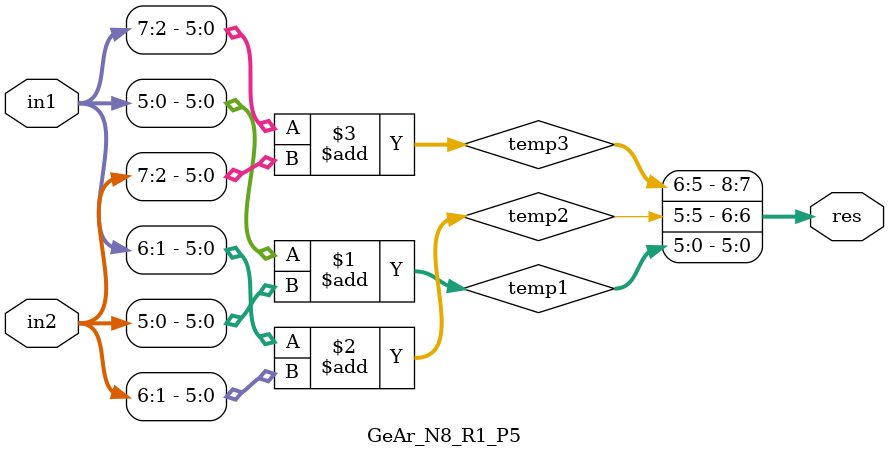
<source format=v>
`timescale 1ns / 1ps
module GeAr_N8_R1_P5(
    input [7:0] in1,
    input [7:0] in2,
    output [8:0] res
    );

wire [6:0] temp1,temp2,temp3;

assign temp1[6:0] = in1[5:0] + in2[5:0];
assign temp2[6:0] = in1[6:1] + in2[6:1];
assign temp3[6:0] = in1[7:2] + in2[7:2];

assign res[8:0] = {temp3[6:5],temp2[5],temp1[5:0]};

endmodule

</source>
